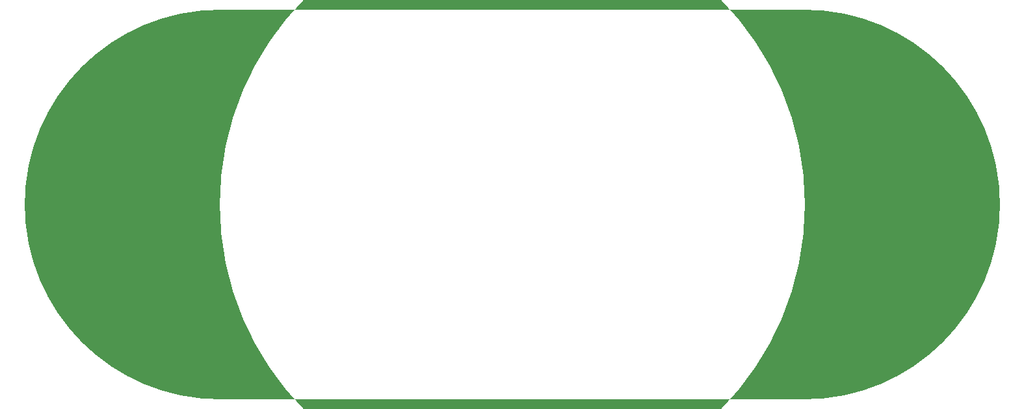
<source format=gbr>
%MOIN*%
%FSLAX23Y23*%
%OFA0.0000B0.0000*%
G90*
%ADD10O,5X2X3*%
D10
X0Y0D03*
M02*

</source>
